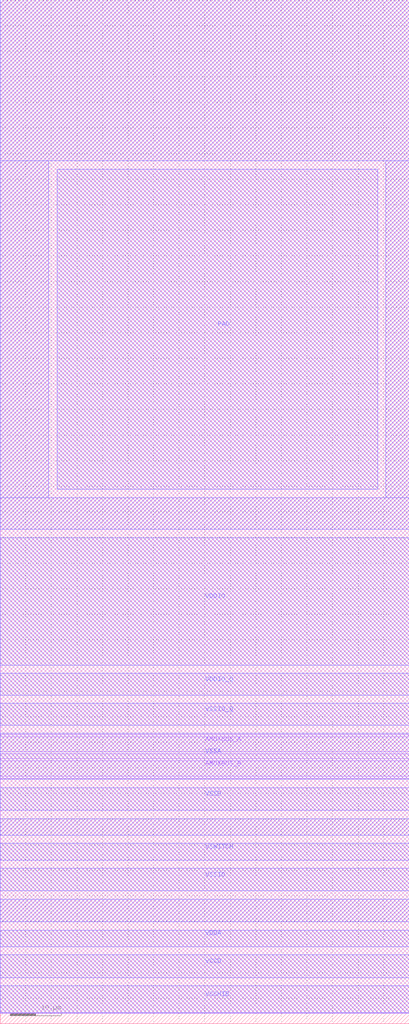
<source format=lef>
# Copyright 2020 The SkyWater PDK Authors
#
# Licensed under the Apache License, Version 2.0 (the "License");
# you may not use this file except in compliance with the License.
# You may obtain a copy of the License at
#
#     https://www.apache.org/licenses/LICENSE-2.0
#
# Unless required by applicable law or agreed to in writing, software
# distributed under the License is distributed on an "AS IS" BASIS,
# WITHOUT WARRANTIES OR CONDITIONS OF ANY KIND, either express or implied.
# See the License for the specific language governing permissions and
# limitations under the License.
#
# SPDX-License-Identifier: Apache-2.0

VERSION 5.7 ;
  NOWIREEXTENSIONATPIN ON ;
  DIVIDERCHAR "/" ;
  BUSBITCHARS "[]" ;
MACRO sky130_fd_io__overlay_gpiov2
  CLASS PAD ;
  FOREIGN sky130_fd_io__overlay_gpiov2 ;
  ORIGIN  0.000000  0.000000 ;
  SIZE  80.00000 BY  200.0000 ;
  SYMMETRY X Y R90 ;
  PIN AMUXBUS_A
    USE SIGNAL ;
    PORT
      LAYER met4 ;
        RECT 0.000000 53.125000 80.000000 56.105000 ;
    END
  END AMUXBUS_A
  PIN AMUXBUS_B
    USE SIGNAL ;
    PORT
      LAYER met4 ;
        RECT 0.000000 48.365000 80.000000 51.345000 ;
    END
  END AMUXBUS_B
  PIN PAD
    USE SIGNAL ;
    PORT
      LAYER met5 ;
        RECT 11.100000 104.395000 73.800000 166.960000 ;
    END
  END PAD
  PIN VCCD
    DIRECTION INOUT ;
    USE POWER ;
    PORT
      LAYER met5 ;
        RECT 0.000000 8.985000 80.000000 13.435000 ;
    END
  END VCCD
  PIN VCCHIB
    DIRECTION INOUT ;
    USE POWER ;
    PORT
      LAYER met5 ;
        RECT 0.000000 2.135000 80.000000 7.385000 ;
    END
  END VCCHIB
  PIN VDDA
    DIRECTION INOUT ;
    USE POWER ;
    PORT
      LAYER met5 ;
        RECT 0.000000 15.035000 80.000000 18.285000 ;
    END
  END VDDA
  PIN VDDIO
    DIRECTION INOUT ;
    USE POWER ;
    PORT
      LAYER met5 ;
        RECT 0.000000 70.035000 80.000000 94.985000 ;
    END
  END VDDIO
  PIN VDDIO_Q
    DIRECTION INOUT ;
    USE POWER ;
    PORT
      LAYER met5 ;
        RECT 0.000000 64.185000 80.000000 68.435000 ;
    END
  END VDDIO_Q
  PIN VSSA
    DIRECTION INOUT ;
    USE GROUND ;
    PORT
      LAYER met5 ;
        RECT 0.000000 47.735000 80.000000 56.735000 ;
    END
  END VSSA
  PIN VSSD
    DIRECTION INOUT ;
    USE GROUND ;
    PORT
      LAYER met5 ;
        RECT 0.000000 41.685000 80.000000 46.135000 ;
    END
  END VSSD
  PIN VSSIO
    DIRECTION INOUT ;
    USE GROUND ;
    PORT
      LAYER met5 ;
        RECT 0.000000 25.935000 80.000000 30.385000 ;
    END
  END VSSIO
  PIN VSSIO_Q
    DIRECTION INOUT ;
    USE GROUND ;
    PORT
      LAYER met5 ;
        RECT 0.000000 58.335000 80.000000 62.585000 ;
    END
  END VSSIO_Q
  PIN VSWITCH
    DIRECTION INOUT ;
    USE POWER ;
    PORT
      LAYER met5 ;
        RECT 0.000000 31.985000 80.000000 35.235000 ;
    END
  END VSWITCH
  OBS
    LAYER met4 ;
      RECT 0.000000  2.035000 80.000000  47.965000 ;
      RECT 0.000000 51.745000 80.000000  52.725000 ;
      RECT 0.000000 56.505000 80.000000 200.000000 ;
    LAYER met5 ;
      RECT  0.000000  19.885000 80.000000  24.335000 ;
      RECT  0.000000  36.835000 80.000000  40.085000 ;
      RECT  0.000000  96.585000 80.000000 102.795000 ;
      RECT  0.000000 102.795000  9.500000 168.560000 ;
      RECT  0.000000 168.560000 80.000000 200.000000 ;
      RECT 75.400000 102.795000 80.000000 168.560000 ;
  END
END sky130_fd_io__overlay_gpiov2
END LIBRARY

</source>
